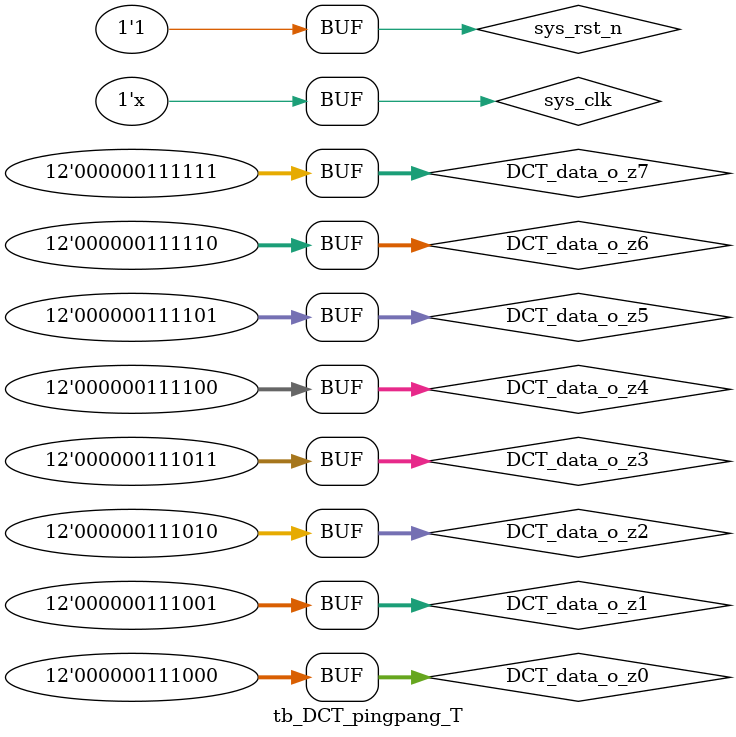
<source format=v>
`timescale 1ns/1ns
module tb_DCT_pingpang_T();

reg                     sys_clk         ;
reg                     sys_rst_n       ;
reg     signed  [11:0]  DCT_data_o_z0   ;
reg     signed  [11:0]  DCT_data_o_z1   ;
reg     signed  [11:0]  DCT_data_o_z2   ;
reg     signed  [11:0]  DCT_data_o_z3   ;
reg     signed  [11:0]  DCT_data_o_z4   ;
reg     signed  [11:0]  DCT_data_o_z5   ;
reg     signed  [11:0]  DCT_data_o_z6   ;
reg     signed  [11:0]  DCT_data_o_z7   ;

wire            [95:0]  data_out        ;
wire                    rd_end          ;

initial
    begin
        sys_clk=1'b1;
        sys_rst_n=1'b0;
        #20
        sys_rst_n=1'b1;
        DCT_data_o_z0<=12'd0;
        DCT_data_o_z1<=12'd1;
        DCT_data_o_z2<=12'd2;
        DCT_data_o_z3<=12'd3;
        DCT_data_o_z4<=12'd4;
        DCT_data_o_z5<=12'd5;
        DCT_data_o_z6<=12'd6;
        DCT_data_o_z7<=12'd7;
        #160
        DCT_data_o_z0<=12'd8;
        DCT_data_o_z1<=12'd9;
        DCT_data_o_z2<=12'd10;
        DCT_data_o_z3<=12'd11;
        DCT_data_o_z4<=12'd12;
        DCT_data_o_z5<=12'd13;
        DCT_data_o_z6<=12'd14;
        DCT_data_o_z7<=12'd15;
        #160
        DCT_data_o_z0<=12'd16;
        DCT_data_o_z1<=12'd17;
        DCT_data_o_z2<=12'd18;
        DCT_data_o_z3<=12'd19;
        DCT_data_o_z4<=12'd20;
        DCT_data_o_z5<=12'd21;
        DCT_data_o_z6<=12'd22;
        DCT_data_o_z7<=12'd23;
        #160
        DCT_data_o_z0<=12'd24;
        DCT_data_o_z1<=12'd25;
        DCT_data_o_z2<=12'd26;
        DCT_data_o_z3<=12'd27;
        DCT_data_o_z4<=12'd28;
        DCT_data_o_z5<=12'd29;
        DCT_data_o_z6<=12'd30;
        DCT_data_o_z7<=12'd31;
        #160
        DCT_data_o_z0<=12'd32;
        DCT_data_o_z1<=12'd33;
        DCT_data_o_z2<=12'd34;
        DCT_data_o_z3<=12'd35;
        DCT_data_o_z4<=12'd36;
        DCT_data_o_z5<=12'd37;
        DCT_data_o_z6<=12'd38;
        DCT_data_o_z7<=12'd39;
        #160
        DCT_data_o_z0<=12'd40;
        DCT_data_o_z1<=12'd41;
        DCT_data_o_z2<=12'd42;
        DCT_data_o_z3<=12'd43;
        DCT_data_o_z4<=12'd44;
        DCT_data_o_z5<=12'd45;
        DCT_data_o_z6<=12'd46;
        DCT_data_o_z7<=12'd47;
        #160
        DCT_data_o_z0<=12'd48;
        DCT_data_o_z1<=12'd49;
        DCT_data_o_z2<=12'd50;
        DCT_data_o_z3<=12'd51;
        DCT_data_o_z4<=12'd52;
        DCT_data_o_z5<=12'd53;
        DCT_data_o_z6<=12'd54;
        DCT_data_o_z7<=12'd55;
        #160
        DCT_data_o_z0<=12'd56;
        DCT_data_o_z1<=12'd57;
        DCT_data_o_z2<=12'd58;
        DCT_data_o_z3<=12'd59;
        DCT_data_o_z4<=12'd60;
        DCT_data_o_z5<=12'd61;
        DCT_data_o_z6<=12'd62;
        DCT_data_o_z7<=12'd63;

    end

always #10 sys_clk=~sys_clk;

DCT_pingpang_T      DCT_pingpang_T_inst
(
    .sys_clk         (sys_clk      ),
    .sys_rst_n       (sys_rst_n    ),
    .DCT_data_o_z0   (DCT_data_o_z0),
    .DCT_data_o_z1   (DCT_data_o_z1),
    .DCT_data_o_z2   (DCT_data_o_z2),
    .DCT_data_o_z3   (DCT_data_o_z3),
    .DCT_data_o_z4   (DCT_data_o_z4),
    .DCT_data_o_z5   (DCT_data_o_z5),
    .DCT_data_o_z6   (DCT_data_o_z6),
    .DCT_data_o_z7   (DCT_data_o_z7),
    .data_en         (1'b1         ),

    .data_out        (data_out     ),
    .rd_end          (rd_end       )
);

endmodule
</source>
